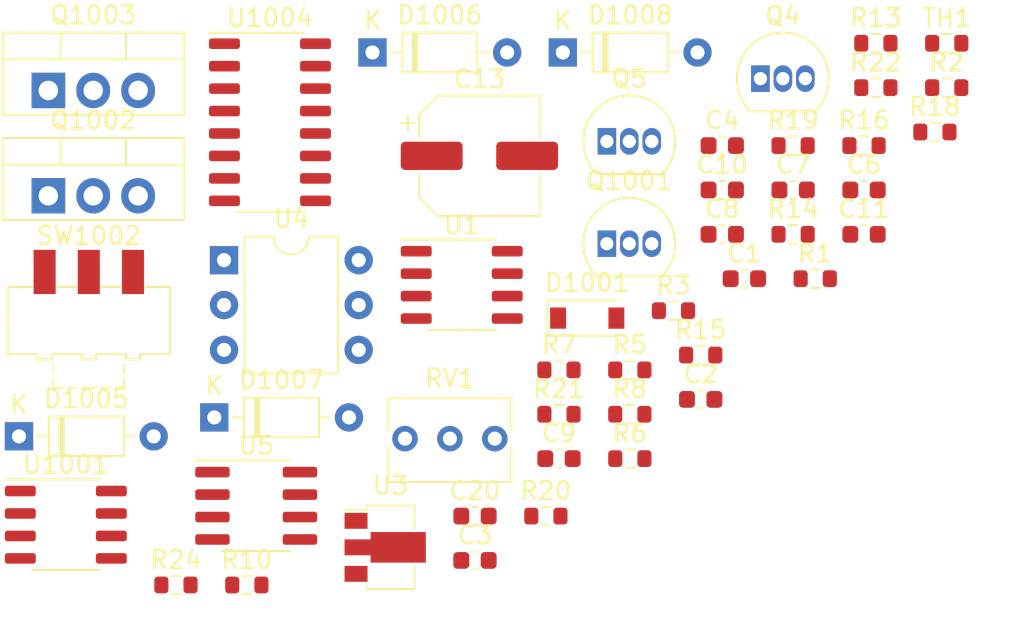
<source format=kicad_pcb>
(kicad_pcb (version 20211014) (generator pcbnew)
  (layers (0 "F.Cu" signal) (31 "B.Cu" signal) (34 "B.Paste" user) (35 "F.Paste" user) (36 "B.SilkS" user "B.Silkscreen") (37 "F.SilkS" user "F.Silkscreen") (38 "B.Mask" user) (39 "F.Mask" user) (44 "Edge.Cuts" user))
  (net 0 "")
  (net 1 "+12V")
  (net 2 "GND1")
  (net 3 "Net-(R1-Pad1)")
  (net 4 "+5V")
  (net 5 "Net-(R7-Pad2)")
  (net 6 "Net-(C6-Pad1)")
  (net 7 "Net-(C6-Pad2)")
  (net 8 "Net-(C7-Pad1)")
  (net 9 "Net-(Q4-Pad3)")
  (net 10 "Net-(Q5-Pad3)")
  (net 11 "Net-(R14-Pad1)")
  (net 12 "GND")
  (net 13 "Net-(R2-Pad2)")
  (net 14 "Net-(D1001-Pad2)")
  (net 15 "Net-(R16-Pad1)")
  (net 16 "Net-(Q4-Pad2)")
  (net 17 "Net-(Q5-Pad2)")
  (net 18 "Net-(R3-Pad1)")
  (net 19 "Net-(R1-Pad2)")
  (net 20 "Net-(R4-Pad2)")
  (net 21 "Net-(D1004-Pad2)")
  (net 22 "Net-(D7-Pad2)")
  (net 23 "Net-(R11-Pad2)")
  (net 24 "Net-(R3-Pad2)")
  (net 25 "Net-(R5-Pad2)")
  (net 26 "Net-(R6-Pad1)")
  (net 27 "Net-(R7-Pad1)")
  (net 28 "Net-(R9-Pad2)")
  (net 29 "Net-(R13-Pad1)")
  (net 30 "Net-(R13-Pad2)")
  (net 31 "Net-(R14-Pad2)")
  (net 32 "Net-(R18-Pad2)")
  (net 33 "Net-(R19-Pad1)")
  (net 34 "Net-(R20-Pad1)")
  (net 35 "Net-(R20-Pad2)")
  (net 36 "Net-(R21-Pad1)")
  (net 37 "Net-(R21-Pad2)")
  (net 38 "Net-(TH1-Pad1)")
  (net 39 "Net-(D1002-Pad1)")
  (footprint "Resistor_SMD:R_0603_1608Metric" (layer "F.Cu") (at 138.65 67.34)
    (fp_text reference "R14" (at 0 -1.43) (layer "F.SilkS"))
    (fp_text value "100k")
    (fp_line (start -0.237258 -0.5225) (end 0.237258 -0.5225) (layer "F.SilkS") (width 0.12))
    (fp_line (start -0.237258 0.5225) (end 0.237258 0.5225) (layer "F.SilkS") (width 0.12))
    (pad "1" smd roundrect (at -0.825 0) (size 0.8 0.95) (layers "F.Cu" "F.Paste" "F.Mask") (net 11 "Net-(R14-Pad1)"))
    (pad "2" smd roundrect (at 0.825 0) (size 0.8 0.95) (layers "F.Cu" "F.Paste" "F.Mask") (net 31 "Net-(R14-Pad2)"))
  )
  (footprint "Resistor_SMD:R_0603_1608Metric" (layer "F.Cu") (at 143.33 56.53)
    (fp_text reference "R13" (at 0 -1.43) (layer "F.SilkS"))
    (fp_text value "100k")
    (fp_line (start -0.237258 -0.5225) (end 0.237258 -0.5225) (layer "F.SilkS") (width 0.12))
    (fp_line (start -0.237258 0.5225) (end 0.237258 0.5225) (layer "F.SilkS") (width 0.12))
    (pad "1" smd roundrect (at -0.825 0) (size 0.8 0.95) (layers "F.Cu" "F.Paste" "F.Mask") (net 29 "Net-(R13-Pad1)"))
    (pad "2" smd roundrect (at 0.825 0) (size 0.8 0.95) (layers "F.Cu" "F.Paste" "F.Mask") (net 30 "Net-(R13-Pad2)"))
  )
  (footprint "Resistor_SMD:R_0603_1608Metric" (layer "F.Cu") (at 133.42 74.17)
    (fp_text reference "R15" (at 0 -1.43) (layer "F.SilkS"))
    (fp_text value "100k")
    (fp_line (start -0.237258 0.5225) (end 0.237258 0.5225) (layer "F.SilkS") (width 0.12))
    (fp_line (start -0.237258 -0.5225) (end 0.237258 -0.5225) (layer "F.SilkS") (width 0.12))
    (pad "1" smd roundrect (at -0.825 0) (size 0.8 0.95) (layers "F.Cu" "F.Paste" "F.Mask") (net 31 "Net-(R14-Pad2)"))
    (pad "2" smd roundrect (at 0.825 0) (size 0.8 0.95) (layers "F.Cu" "F.Paste" "F.Mask") (net 30 "Net-(R13-Pad2)"))
  )
  (footprint "Resistor_SMD:R_0603_1608Metric" (layer "F.Cu") (at 138.65 62.32)
    (fp_text reference "R19" (at 0 -1.43) (layer "F.SilkS"))
    (fp_text value "1k")
    (fp_line (start -0.237258 0.5225) (end 0.237258 0.5225) (layer "F.SilkS") (width 0.12))
    (fp_line (start -0.237258 -0.5225) (end 0.237258 -0.5225) (layer "F.SilkS") (width 0.12))
    (pad "1" smd roundrect (at -0.825 0) (size 0.8 0.95) (layers "F.Cu" "F.Paste" "F.Mask") (net 33 "Net-(R19-Pad1)"))
    (pad "2" smd roundrect (at 0.825 0) (size 0.8 0.95) (layers "F.Cu" "F.Paste" "F.Mask") (net 16 "Net-(Q4-Pad2)"))
  )
  (footprint "Resistor_SMD:R_0603_1608Metric" (layer "F.Cu") (at 131.88 71.66)
    (fp_text reference "R3" (at 0 -1.43) (layer "F.SilkS"))
    (fp_text value "1k")
    (fp_line (start -0.237258 0.5225) (end 0.237258 0.5225) (layer "F.SilkS") (width 0.12))
    (fp_line (start -0.237258 -0.5225) (end 0.237258 -0.5225) (layer "F.SilkS") (width 0.12))
    (pad "1" smd roundrect (at -0.825 0) (size 0.8 0.95) (layers "F.Cu" "F.Paste" "F.Mask") (net 18 "Net-(R3-Pad1)"))
    (pad "2" smd roundrect (at 0.825 0) (size 0.8 0.95) (layers "F.Cu" "F.Paste" "F.Mask") (net 24 "Net-(R3-Pad2)"))
  )
  (footprint "Resistor_SMD:R_0603_1608Metric" (layer "F.Cu") (at 146.67 61.55)
    (fp_text reference "R18" (at 0 -1.43) (layer "F.SilkS"))
    (fp_text value "1k")
    (fp_line (start -0.237258 -0.5225) (end 0.237258 -0.5225) (layer "F.SilkS") (width 0.12))
    (fp_line (start -0.237258 0.5225) (end 0.237258 0.5225) (layer "F.SilkS") (width 0.12))
    (pad "1" smd roundrect (at -0.825 0) (size 0.8 0.95) (layers "F.Cu" "F.Paste" "F.Mask") (net 17 "Net-(Q5-Pad2)"))
    (pad "2" smd roundrect (at 0.825 0) (size 0.8 0.95) (layers "F.Cu" "F.Paste" "F.Mask") (net 32 "Net-(R18-Pad2)"))
  )
  (footprint "Package_SO:SO-16_3.9x9.9mm_P1.27mm" (layer "F.Cu") (at 109.05 61)
    (fp_text reference "U1004" (at 0 -5.9) (layer "F.SilkS"))
    (fp_text value "TLC274")
    (fp_line (start 0 5.06) (end -1.95 5.06) (layer "F.SilkS") (width 0.12))
    (fp_line (start 0 -5.06) (end -3.45 -5.06) (layer "F.SilkS") (width 0.12))
    (fp_line (start 0 -5.06) (end 1.95 -5.06) (layer "F.SilkS") (width 0.12))
    (fp_line (start 0 5.06) (end 1.95 5.06) (layer "F.SilkS") (width 0.12))
    (pad "1" smd roundrect (at -2.575 -4.445) (size 1.75 0.6) (layers "F.Cu" "F.Paste" "F.Mask") (net 30 "Net-(R13-Pad2)"))
    (pad "2" smd roundrect (at -2.575 -3.175) (size 1.75 0.6) (layers "F.Cu" "F.Paste" "F.Mask") (net 29 "Net-(R13-Pad1)"))
    (pad "3" smd roundrect (at -2.575 -1.905) (size 1.75 0.6) (layers "F.Cu" "F.Paste" "F.Mask") (net 31 "Net-(R14-Pad2)"))
    (pad "4" smd roundrect (at -2.575 -0.635) (size 1.75 0.6) (layers "F.Cu" "F.Paste" "F.Mask") (net 10 "Net-(Q5-Pad3)"))
    (pad "5" smd roundrect (at -2.575 0.635) (size 1.75 0.6) (layers "F.Cu" "F.Paste" "F.Mask") (net 11 "Net-(R14-Pad1)"))
    (pad "6" smd roundrect (at -2.575 1.905) (size 1.75 0.6) (layers "F.Cu" "F.Paste" "F.Mask") (net 30 "Net-(R13-Pad2)"))
    (pad "7" smd roundrect (at -2.575 3.175) (size 1.75 0.6) (layers "F.Cu" "F.Paste" "F.Mask") (net 7 "Net-(C6-Pad2)"))
    (pad "8" smd roundrect (at -2.575 4.445) (size 1.75 0.6) (layers "F.Cu" "F.Paste" "F.Mask") (net 34 "Net-(R20-Pad1)"))
    (pad "9" smd roundrect (at 2.575 4.445) (size 1.75 0.6) (layers "F.Cu" "F.Paste" "F.Mask") (net 37 "Net-(R21-Pad2)"))
    (pad "10" smd roundrect (at 2.575 3.175) (size 1.75 0.6) (layers "F.Cu" "F.Paste" "F.Mask") (net 11 "Net-(R14-Pad1)"))
    (pad "11" smd roundrect (at 2.575 1.905) (size 1.75 0.6) (layers "F.Cu" "F.Paste" "F.Mask") (net 2 "GND1"))
    (pad "12" smd roundrect (at 2.575 0.635) (size 1.75 0.6) (layers "F.Cu" "F.Paste" "F.Mask") (net 11 "Net-(R14-Pad1)"))
    (pad "13" smd roundrect (at 2.575 -0.635) (size 1.75 0.6) (layers "F.Cu" "F.Paste" "F.Mask") (net 36 "Net-(R21-Pad1)"))
    (pad "14" smd roundrect (at 2.575 -1.905) (size 1.75 0.6) (layers "F.Cu" "F.Paste" "F.Mask") (net 33 "Net-(R19-Pad1)"))
    (pad "15" smd roundrect (at 2.575 -3.175) (size 1.75 0.6) (layers "F.Cu" "F.Paste" "F.Mask"))
    (pad "16" smd roundrect (at 2.575 -4.445) (size 1.75 0.6) (layers "F.Cu" "F.Paste" "F.Mask"))
  )
  (footprint "Diode_THT:D_DO-35_SOD27_P7.62mm_Horizontal" (layer "F.Cu") (at 114.85 57.05)
    (fp_text reference "D1006" (at 3.81 -2.12) (layer "F.SilkS"))
    (fp_text value "1N4148")
    (fp_text user "K" (at 0 -1.8) (layer "F.SilkS"))
    (fp_line (start 2.53 -1.12) (end 2.53 1.12) (layer "F.SilkS") (width 0.12))
    (fp_line (start 1.04 0) (end 1.69 0) (layer "F.SilkS") (width 0.12))
    (fp_line (start 5.93 -1.12) (end 1.69 -1.12) (layer "F.SilkS") (width 0.12))
    (fp_line (start 5.93 1.12) (end 5.93 -1.12) (layer "F.SilkS") (width 0.12))
    (fp_line (start 2.29 -1.12) (end 2.29 1.12) (layer "F.SilkS") (width 0.12))
    (fp_line (start 6.58 0) (end 5.93 0) (layer "F.SilkS") (width 0.12))
    (fp_line (start 1.69 -1.12) (end 1.69 1.12) (layer "F.SilkS") (width 0.12))
    (fp_line (start 1.69 1.12) (end 5.93 1.12) (layer "F.SilkS") (width 0.12))
    (fp_line (start 2.41 -1.12) (end 2.41 1.12) (layer "F.SilkS") (width 0.12))
    (pad "1" thru_hole rect (at 0 0) (size 1.6 1.6) (drill 0.8) (layers *.Cu *.Mask) (net 6 "Net-(C6-Pad1)"))
    (pad "2" thru_hole oval (at 7.62 0) (size 1.6 1.6) (drill 0.8) (layers *.Cu *.Mask) (net 8 "Net-(C7-Pad1)"))
  )
  (footprint "Package_SO:SO-8_3.9x4.9mm_P1.27mm" (layer "F.Cu") (at 119.9 70.2)
    (fp_text reference "U1" (at 0 -3.4) (layer "F.SilkS"))
    (fp_text value "TLC272")
    (fp_line (start 0 -2.56) (end 1.95 -2.56) (layer "F.SilkS") (width 0.12))
    (fp_line (start 0 2.56) (end -1.95 2.56) (layer "F.SilkS") (width 0.12))
    (fp_line (start 0 2.56) (end 1.95 2.56) (layer "F.SilkS") (width 0.12))
    (fp_line (start 0 -2.56) (end -3.45 -2.56) (layer "F.SilkS") (width 0.12))
    (pad "1" smd roundrect (at -2.575 -1.905) (size 1.75 0.6) (layers "F.Cu" "F.Paste" "F.Mask") (net 23 "Net-(R11-Pad2)"))
    (pad "2" smd roundrect (at -2.575 -0.635) (size 1.75 0.6) (layers "F.Cu" "F.Paste" "F.Mask") (net 5 "Net-(R7-Pad2)"))
    (pad "3" smd roundrect (at -2.575 0.635) (size 1.75 0.6) (layers "F.Cu" "F.Paste" "F.Mask") (net 28 "Net-(R9-Pad2)"))
    (pad "4" smd roundrect (at -2.575 1.905) (size 1.75 0.6) (layers "F.Cu" "F.Paste" "F.Mask"))
    (pad "5" smd roundrect (at 2.575 1.905) (size 1.75 0.6) (layers "F.Cu" "F.Paste" "F.Mask") (net 5 "Net-(R7-Pad2)"))
    (pad "6" smd roundrect (at 2.575 0.635) (size 1.75 0.6) (layers "F.Cu" "F.Paste" "F.Mask") (net 23 "Net-(R11-Pad2)"))
    (pad "7" smd roundrect (at 2.575 -0.635) (size 1.75 0.6) (layers "F.Cu" "F.Paste" "F.Mask") (net 39 "Net-(D1002-Pad1)"))
    (pad "8" smd roundrect (at 2.575 -1.905) (size 1.75 0.6) (layers "F.Cu" "F.Paste" "F.Mask"))
  )
  (footprint "Resistor_SMD:R_0603_1608Metric" (layer "F.Cu") (at 129.41 75.01)
    (fp_text reference "R5" (at 0 -1.43) (layer "F.SilkS"))
    (fp_text value "10k")
    (fp_line (start -0.237258 0.5225) (end 0.237258 0.5225) (layer "F.SilkS") (width 0.12))
    (fp_line (start -0.237258 -0.5225) (end 0.237258 -0.5225) (layer "F.SilkS") (width 0.12))
    (pad "1" smd roundrect (at -0.825 0) (size 0.8 0.95) (layers "F.Cu" "F.Paste" "F.Mask") (net 1 "+12V"))
    (pad "2" smd roundrect (at 0.825 0) (size 0.8 0.95) (layers "F.Cu" "F.Paste" "F.Mask") (net 25 "Net-(R5-Pad2)"))
  )
  (footprint "Capacitor_SMD:C_0603_1608Metric" (layer "F.Cu") (at 133.42 76.68)
    (fp_text reference "C2" (at 0 -1.43) (layer "F.SilkS"))
    (fp_text value "100n")
    (fp_line (start -0.14058 0.51) (end 0.14058 0.51) (layer "F.SilkS") (width 0.12))
    (fp_line (start -0.14058 -0.51) (end 0.14058 -0.51) (layer "F.SilkS") (width 0.12))
    (pad "1" smd roundrect (at -0.775 0) (size 0.9 0.95) (layers "F.Cu" "F.Paste" "F.Mask") (net 3 "Net-(R1-Pad1)"))
    (pad "2" smd roundrect (at 0.775 0) (size 0.9 0.95) (layers "F.Cu" "F.Paste" "F.Mask") (net 2 "GND1"))
  )
  (footprint "Package_SO:SO-8_3.9x4.9mm_P1.27mm" (layer "F.Cu") (at 97.5 83.77)
    (fp_text reference "U1001" (at 0 -3.4) (layer "F.SilkS"))
    (fp_text value "TLC272")
    (fp_line (start 0 2.56) (end -1.95 2.56) (layer "F.SilkS") (width 0.12))
    (fp_line (start 0 2.56) (end 1.95 2.56) (layer "F.SilkS") (width 0.12))
    (fp_line (start 0 -2.56) (end -3.45 -2.56) (layer "F.SilkS") (width 0.12))
    (fp_line (start 0 -2.56) (end 1.95 -2.56) (layer "F.SilkS") (width 0.12))
    (pad "1" smd roundrect (at -2.575 -1.905) (size 1.75 0.6) (layers "F.Cu" "F.Paste" "F.Mask"))
    (pad "2" smd roundrect (at -2.575 -0.635) (size 1.75 0.6) (layers "F.Cu" "F.Paste" "F.Mask"))
    (pad "3" smd roundrect (at -2.575 0.635) (size 1.75 0.6) (layers "F.Cu" "F.Paste" "F.Mask"))
    (pad "4" smd roundrect (at -2.575 1.905) (size 1.75 0.6) (layers "F.Cu" "F.Paste" "F.Mask") (net 12 "GND"))
    (pad "5" smd roundrect (at 2.575 1.905) (size 1.75 0.6) (layers "F.Cu" "F.Paste" "F.Mask"))
    (pad "6" smd roundrect (at 2.575 0.635) (size 1.75 0.6) (layers "F.Cu" "F.Paste" "F.Mask"))
    (pad "7" smd roundrect (at 2.575 -0.635) (size 1.75 0.6) (layers "F.Cu" "F.Paste" "F.Mask"))
    (pad "8" smd roundrect (at 2.575 -1.905) (size 1.75 0.6) (layers "F.Cu" "F.Paste" "F.Mask") (net 4 "+5V"))
  )
  (footprint "Capacitor_SMD:C_0603_1608Metric" (layer "F.Cu") (at 120.65 83.28)
    (fp_text reference "C20" (at 0 -1.43) (layer "F.SilkS"))
    (fp_text value "100n")
    (fp_line (start -0.14058 -0.51) (end 0.14058 -0.51) (layer "F.SilkS") (width 0.12))
    (fp_line (start -0.14058 0.51) (end 0.14058 0.51) (layer "F.SilkS") (width 0.12))
    (pad "1" smd roundrect (at -0.775 0) (size 0.9 0.95) (layers "F.Cu" "F.Paste" "F.Mask") (net 4 "+5V"))
    (pad "2" smd roundrect (at 0.775 0) (size 0.9 0.95) (layers "F.Cu" "F.Paste" "F.Mask") (net 12 "GND"))
  )
  (footprint "Resistor_SMD:R_0603_1608Metric" (layer "F.Cu") (at 143.33 59.04)
    (fp_text reference "R22" (at 0 -1.43) (layer "F.SilkS"))
    (fp_text value "56k")
    (fp_line (start -0.237258 0.5225) (end 0.237258 0.5225) (layer "F.SilkS") (width 0.12))
    (fp_line (start -0.237258 -0.5225) (end 0.237258 -0.5225) (layer "F.SilkS") (width 0.12))
    (pad "1" smd roundrect (at -0.825 0) (size 0.8 0.95) (layers "F.Cu" "F.Paste" "F.Mask") (net 37 "Net-(R21-Pad2)"))
    (pad "2" smd roundrect (at 0.825 0) (size 0.8 0.95) (layers "F.Cu" "F.Paste" "F.Mask") (net 2 "GND1"))
  )
  (footprint "Resistor_SMD:R_0603_1608Metric" (layer "F.Cu") (at 147.34 56.53)
    (fp_text reference "TH1" (at 0 -1.43) (layer "F.SilkS"))
    (fp_text value "2k@25°NTC")
    (fp_line (start -0.237258 -0.5225) (end 0.237258 -0.5225) (layer "F.SilkS") (width 0.12))
    (fp_line (start -0.237258 0.5225) (end 0.237258 0.5225) (layer "F.SilkS") (width 0.12))
    (pad "1" smd roundrect (at -0.825 0) (size 0.8 0.95) (layers "F.Cu" "F.Paste" "F.Mask") (net 38 "Net-(TH1-Pad1)"))
    (pad "2" smd roundrect (at 0.825 0) (size 0.8 0.95) (layers "F.Cu" "F.Paste" "F.Mask") (net 2 "GND1"))
  )
  (footprint "Package_TO_SOT_THT:TO-92_Inline" (layer "F.Cu") (at 136.8 58.53)
    (fp_text reference "Q4" (at 1.27 -3.56) (layer "F.SilkS"))
    (fp_text value "2N3904")
    (fp_line (start -0.53 1.85) (end 3.07 1.85) (layer "F.SilkS") (width 0.12))
    (fp_arc (start -0.568478 1.838478) (mid -1.132087 -0.994977) (end 1.27 -2.6) (layer "F.SilkS") (width 0.12))
    (fp_arc (start 1.27 -2.6) (mid 3.672087 -0.994977) (end 3.108478 1.838478) (layer "F.SilkS") (width 0.12))
    (pad "1" thru_hole rect (at 0 0) (size 1.05 1.5) (drill 0.75) (layers *.Cu *.Mask) (net 2 "GND1"))
    (pad "2" thru_hole oval (at 1.27 0) (size 1.05 1.5) (drill 0.75) (layers *.Cu *.Mask) (net 16 "Net-(Q4-Pad2)"))
    (pad "3" thru_hole oval (at 2.54 0) (size 1.05 1.5) (drill 0.75) (layers *.Cu *.Mask) (net 9 "Net-(Q4-Pad3)"))
  )
  (footprint "Capacitor_SMD:C_0603_1608Metric" (layer "F.Cu") (at 134.64 67.34)
    (fp_text reference "C8" (at 0 -1.43) (layer "F.SilkS"))
    (fp_text value "100n")
    (fp_line (start -0.14058 0.51) (end 0.14058 0.51) (layer "F.SilkS") (width 0.12))
    (fp_line (start -0.14058 -0.51) (end 0.14058 -0.51) (layer "F.SilkS") (width 0.12))
    (pad "1" smd roundrect (at -0.775 0) (size 0.9 0.95) (layers "F.Cu" "F.Paste" "F.Mask") (net 9 "Net-(Q4-Pad3)"))
    (pad "2" smd roundrect (at 0.775 0) (size 0.9 0.95) (layers "F.Cu" "F.Paste" "F.Mask") (net 2 "GND1"))
  )
  (footprint "Package_TO_SOT_THT:TO-220-3_Vertical" (layer "F.Cu") (at 96.51 65.16)
    (fp_text reference "Q1002" (at 2.54 -4.27) (layer "F.SilkS"))
    (fp_text value "IRLZ44N")
    (fp_line (start -2.58 -1.76) (end 7.66 -1.76) (layer "F.SilkS") (width 0.12))
    (fp_line (start 4.391 -3.27) (end 4.391 -1.76) (layer "F.SilkS") (width 0.12))
    (fp_line (start 7.66 -3.27) (end 7.66 1.371) (layer "F.SilkS") (width 0.12))
    (fp_line (start -2.58 1.371) (end 7.66 1.371) (layer "F.SilkS") (width 0.12))
    (fp_line (start -2.58 -3.27) (end 7.66 -3.27) (layer "F.SilkS") (width 0.12))
    (fp_line (start -2.58 -3.27) (end -2.58 1.371) (layer "F.SilkS") (width 0.12))
    (fp_line (start 0.69 -3.27) (end 0.69 -1.76) (layer "F.SilkS") (width 0.12))
    (pad "1" thru_hole rect (at 0 0) (size 1.905 2) (drill 1.1) (layers *.Cu *.Mask) (net 20 "Net-(R4-Pad2)"))
    (pad "2" thru_hole oval (at 2.54 0) (size 1.905 2) (drill 1.1) (layers *.Cu *.Mask) (net 2 "GND1"))
    (pad "3" thru_hole oval (at 5.08 0) (size 1.905 2) (drill 1.1) (layers *.Cu *.Mask) (net 21 "Net-(D1004-Pad2)"))
  )
  (footprint "Diode_THT:D_DO-35_SOD27_P7.62mm_Horizontal" (layer "F.Cu") (at 105.9 77.7)
    (fp_text reference "D1007" (at 3.81 -2.12) (layer "F.SilkS"))
    (fp_text value "1N4148")
    (fp_text user "K" (at 0 -1.8) (layer "F.SilkS"))
    (fp_line (start 1.04 0) (end 1.69 0) (layer "F.SilkS") (width 0.12))
    (fp_line (start 2.53 -1.12) (end 2.53 1.12) (layer "F.SilkS") (width 0.12))
    (fp_line (start 1.69 -1.12) (end 1.69 1.12) (layer "F.SilkS") (width 0.12))
    (fp_line (start 5.93 1.12) (end 5.93 -1.12) (layer "F.SilkS") (width 0.12))
    (fp_line (start 2.29 -1.12) (end 2.29 1.12) (layer "F.SilkS") (width 0.12))
    (fp_line (start 5.93 -1.12) (end 1.69 -1.12) (layer "F.SilkS") (width 0.12))
    (fp_line (start 6.58 0) (end 5.93 0) (layer "F.SilkS") (width 0.12))
    (fp_line (start 1.69 1.12) (end 5.93 1.12) (layer "F.SilkS") (width 0.12))
    (fp_line (start 2.41 -1.12) (end 2.41 1.12) (layer "F.SilkS") (width 0.12))
    (pad "1" thru_hole rect (at 0 0) (size 1.6 1.6) (drill 0.8) (layers *.Cu *.Mask) (net 9 "Net-(Q4-Pad3)"))
    (pad "2" thru_hole oval (at 7.62 0) (size 1.6 1.6) (drill 0.8) (layers *.Cu *.Mask) (net 6 "Net-(C6-Pad1)"))
  )
  (footprint "Capacitor_SMD:C_0603_1608Metric" (layer "F.Cu") (at 134.64 64.83)
    (fp_text reference "C10" (at 0 -1.43) (layer "F.SilkS"))
    (fp_text value "100n")
    (fp_line (start -0.14058 -0.51) (end 0.14058 -0.51) (layer "F.SilkS") (width 0.12))
    (fp_line (start -0.14058 0.51) (end 0.14058 0.51) (layer "F.SilkS") (width 0.12))
    (pad "1" smd roundrect (at -0.775 0) (size 0.9 0.95) (layers "F.Cu" "F.Paste" "F.Mask") (net 10 "Net-(Q5-Pad3)"))
    (pad "2" smd roundrect (at 0.775 0) (size 0.9 0.95) (layers "F.Cu" "F.Paste" "F.Mask") (net 2 "GND1"))
  )
  (footprint "Resistor_SMD:R_0603_1608Metric" (layer "F.Cu") (at 129.41 77.52)
    (fp_text reference "R8" (at 0 -1.43) (layer "F.SilkS"))
    (fp_text value "75k")
    (fp_line (start -0.237258 0.5225) (end 0.237258 0.5225) (layer "F.SilkS") (width 0.12))
    (fp_line (start -0.237258 -0.5225) (end 0.237258 -0.5225) (layer "F.SilkS") (width 0.12))
    (pad "1" smd roundrect (at -0.825 0) (size 0.8 0.95) (layers "F.Cu" "F.Paste" "F.Mask") (net 5 "Net-(R7-Pad2)"))
    (pad "2" smd roundrect (at 0.825 0) (size 0.8 0.95) (layers "F.Cu" "F.Paste" "F.Mask") (net 2 "GND1"))
  )
  (footprint "Package_TO_SOT_THT:TO-92_Inline" (layer "F.Cu") (at 128.11 62.08)
    (fp_text reference "Q5" (at 1.27 -3.56) (layer "F.SilkS"))
    (fp_text value "2N3906")
    (fp_line (start -0.53 1.85) (end 3.07 1.85) (layer "F.SilkS") (width 0.12))
    (fp_arc (start -0.568478 1.838478) (mid -1.132087 -0.994977) (end 1.27 -2.6) (layer "F.SilkS") (width 0.12))
    (fp_arc (start 1.27 -2.6) (mid 3.672087 -0.994977) (end 3.108478 1.838478) (layer "F.SilkS") (width 0.12))
    (pad "1" thru_hole rect (at 0 0) (size 1.05 1.5) (drill 0.75) (layers *.Cu *.Mask) (net 1 "+12V"))
    (pad "2" thru_hole oval (at 1.27 0) (size 1.05 1.5) (drill 0.75) (layers *.Cu *.Mask) (net 17 "Net-(Q5-Pad2)"))
    (pad "3" thru_hole oval (at 2.54 0) (size 1.05 1.5) (drill 0.75) (layers *.Cu *.Mask) (net 10 "Net-(Q5-Pad3)"))
  )
  (footprint "Potentiometer_THT:Potentiometer_Bourns_3266Y_Vertical" (layer "F.Cu") (at 121.77 78.9)
    (fp_text reference "RV1" (at -2.54 -3.41) (layer "F.SilkS"))
    (fp_text value "100k")
    (fp_line (start -6.015 -2.28) (end 0.935 -2.28) (layer "F.SilkS") (width 0.12))
    (fp_line (start 0.935 -2.28) (end 0.935 -0.494) (layer "F.SilkS") (width 0.12))
    (fp_line (start -6.015 2.46) (end 0.935 2.46) (layer "F.SilkS") (width 0.12))
    (fp_line (start -6.015 -2.28) (end -6.015 -0.494) (layer "F.SilkS") (width 0.12))
    (fp_line (start 0.935 0.496) (end 0.935 2.46) (layer "F.SilkS") (width 0.12))
    (fp_line (start -6.015 0.496) (end -6.015 2.46) (layer "F.SilkS") (width 0.12))
    (pad "1" thru_hole circle (at 0 0) (size 1.44 1.44) (drill 0.8) (layers *.Cu *.Mask) (net 26 "Net-(R6-Pad1)"))
    (pad "2" thru_hole circle (at -2.54 0) (size 1.44 1.44) (drill 0.8) (layers *.Cu *.Mask) (net 5 "Net-(R7-Pad2)"))
    (pad "3" thru_hole circle (at -5.08 0) (size 1.44 1.44) (drill 0.8) (layers *.Cu *.Mask))
  )
  (footprint "Package_SO:SOIC-8_3.9x4.9mm_P1.27mm" (layer "F.Cu") (at 108.27 82.7)
    (fp_text reference "U5" (at 0 -3.4) (layer "F.SilkS"))
    (fp_text value "L78L05_SO8")
    (fp_line (start 0 2.56) (end -1.95 2.56) (layer "F.SilkS") (width 0.12))
    (fp_line (start 0 -2.56) (end -3.45 -2.56) (layer "F.SilkS") (width 0.12))
    (fp_line (start 0 -2.56) (end 1.95 -2.56) (layer "F.SilkS") (width 0.12))
    (fp_line (start 0 2.56) (end 1.95 2.56) (layer "F.SilkS") (width 0.12))
    (pad "1" smd roundrect (at -2.475 -1.905) (size 1.95 0.6) (layers "F.Cu" "F.Paste" "F.Mask") (net 4 "+5V"))
    (pad "2" smd roundrect (at -2.475 -0.635) (size 1.95 0.6) (layers "F.Cu" "F.Paste" "F.Mask") (net 2 "GND1"))
    (pad "3" smd roundrect (at -2.475 0.635) (size 1.95 0.6) (layers "F.Cu" "F.Paste" "F.Mask") (net 2 "GND1"))
    (pad "4" smd roundrect (at -2.475 1.905) (size 1.95 0.6) (layers "F.Cu" "F.Paste" "F.Mask"))
    (pad "5" smd roundrect (at 2.475 1.905) (size 1.95 0.6) (layers "F.Cu" "F.Paste" "F.Mask"))
    (pad "6" smd roundrect (at 2.475 0.635) (size 1.95 0.6) (layers "F.Cu" "F.Paste" "F.Mask") (net 2 "GND1"))
    (pad "7" smd roundrect (at 2.475 -0.635) (size 1.95 0.6) (layers "F.Cu" "F.Paste" "F.Mask") (net 2 "GND1"))
    (pad "8" smd roundrect (at 2.475 -1.905) (size 1.95 0.6) (layers "F.Cu" "F.Paste" "F.Mask") (net 3 "Net-(R1-Pad1)"))
  )
  (footprint "Capacitor_SMD:C_0603_1608Metric" (layer "F.Cu") (at 125.4 80.03)
    (fp_text reference "C9" (at 0 -1.43) (layer "F.SilkS"))
    (fp_text value "100n")
    (fp_line (start -0.14058 -0.51) (end 0.14058 -0.51) (layer "F.SilkS") (width 0.12))
    (fp_line (start -0.14058 0.51) (end 0.14058 0.51) (layer "F.SilkS") (width 0.12))
    (pad "1" smd roundrect (at -0.775 0) (size 0.9 0.95) (layers "F.Cu" "F.Paste" "F.Mask") (net 10 "Net-(Q5-Pad3)"))
    (pad "2" smd roundrect (at 0.775 0) (size 0.9 0.95) (layers "F.Cu" "F.Paste" "F.Mask") (net 2 "GND1"))
  )
  (footprint "Diode_THT:D_DO-35_SOD27_P7.62mm_Horizontal" (layer "F.Cu") (at 125.62 57.05)
    (fp_text reference "D1008" (at 3.81 -2.12) (layer "F.SilkS"))
    (fp_text value "1N4148")
    (fp_text user "K" (at 0 -1.8) (layer "F.SilkS"))
    (fp_line (start 2.53 -1.12) (end 2.53 1.12) (layer "F.SilkS") (width 0.12))
    (fp_line (start 5.93 1.12) (end 5.93 -1.12) (layer "F.SilkS") (width 0.12))
    (fp_line (start 2.41 -1.12) (end 2.41 1.12) (layer "F.SilkS") (width 0.12))
    (fp_line (start 5.93 -1.12) (end 1.69 -1.12) (layer "F.SilkS") (width 0.12))
    (fp_line (start 1.69 1.12) (end 5.93 1.12) (layer "F.SilkS") (width 0.12))
    (fp_line (start 2.29 -1.12) (end 2.29 1.12) (layer "F.SilkS") (width 0.12))
    (fp_line (start 1.69 -1.12) (end 1.69 1.12) (layer "F.SilkS") (width 0.12))
    (fp_line (start 1.04 0) (end 1.69 0) (layer "F.SilkS") (width 0.12))
    (fp_line (start 6.58 0) (end 5.93 0) (layer "F.SilkS") (width 0.12))
    (pad "1" thru_hole rect (at 0 0) (size 1.6 1.6) (drill 0.8) (layers *.Cu *.Mask) (net 15 "Net-(R16-Pad1)"))
    (pad "2" thru_hole oval (at 7.62 0) (size 1.6 1.6) (drill 0.8) (layers *.Cu *.Mask) (net 9 "Net-(Q4-Pad3)"))
  )
  (footprint "Package_TO_SOT_THT:TO-92_Inline" (layer "F.Cu") (at 128.11 67.87)
    (fp_text reference "Q1001" (at 1.27 -3.56) (layer "F.SilkS"))
    (fp_text value "2N3906")
    (fp_line (start -0.53 1.85) (end 3.07 1.85) (layer "F.SilkS") (width 0.12))
    (fp_arc (start 1.27 -2.6) (mid 3.672087 -0.994977) (end 3.108478 1.838478) (layer "F.SilkS") (width 0.12))
    (fp_arc (start -0.568478 1.838478) (mid -1.132087 -0.994977) (end 1.27 -2.6) (layer "F.SilkS") (width 0.12))
    (pad "1" thru_hole rect (at 0 0) (size 1.05 1.5) (drill 0.75) (layers *.Cu *.Mask) (net 1 "+12V"))
    (pad "2" thru_hole oval (at 1.27 0) (size 1.05 1.5) (drill 0.75) (layers *.Cu *.Mask) (net 18 "Net-(R3-Pad1)"))
    (pad "3" thru_hole oval (at 2.54 0) (size 1.05 1.5) (drill 0.75) (layers *.Cu *.Mask) (net 19 "Net-(R1-Pad2)"))
  )
  (footprint "Resistor_SMD:R_0603_1608Metric" (layer "F.Cu") (at 125.4 77.52)
    (fp_text reference "R21" (at 0 -1.43) (layer "F.SilkS"))
    (fp_text value "3k")
    (fp_line (start -0.237258 -0.5225) (end 0.237258 -0.5225) (layer "F.SilkS") (width 0.12))
    (fp_line (start -0.237258 0.5225) (end 0.237258 0.5225) (layer "F.SilkS") (width 0.12))
    (pad "1" smd roundrect (at -0.825 0) (size 0.8 0.95) (layers "F.Cu" "F.Paste" "F.Mask") (net 36 "Net-(R21-Pad1)"))
    (pad "2" smd roundrect (at 0.825 0) (size 0.8 0.95) (layers "F.Cu" "F.Paste" "F.Mask") (net 37 "Net-(R21-Pad2)"))
  )
  (footprint "Capacitor_SMD:C_0603_1608Metric" (layer "F.Cu") (at 142.66 64.83)
    (fp_text reference "C6" (at 0 -1.43) (layer "F.SilkS"))
    (fp_text value "100n")
    (fp_line (start -0.14058 -0.51) (end 0.14058 -0.51) (layer "F.SilkS") (width 0.12))
    (fp_line (start -0.14058 0.51) (end 0.14058 0.51) (layer "F.SilkS") (width 0.12))
    (pad "1" smd roundrect (at -0.775 0) (size 0.9 0.95) (layers "F.Cu" "F.Paste" "F.Mask") (net 6 "Net-(C6-Pad1)"))
    (pad "2" smd roundrect (at 0.775 0) (size 0.9 0.95) (layers "F.Cu" "F.Paste" "F.Mask") (net 7 "Net-(C6-Pad2)"))
  )
  (footprint "Resistor_SMD:R_0603_1608Metric" (layer "F.Cu") (at 129.41 80.03)
    (fp_text reference "R6" (at 0 -1.43) (layer "F.SilkS"))
    (fp_text value "270k")
    (fp_line (start -0.237258 0.5225) (end 0.237258 0.5225) (layer "F.SilkS") (width 0.12))
    (fp_line (start -0.237258 -0.5225) (end 0.237258 -0.5225) (layer "F.SilkS") (width 0.12))
    (pad "1" smd roundrect (at -0.825 0) (size 0.8 0.95) (layers "F.Cu" "F.Paste" "F.Mask") (net 26 "Net-(R6-Pad1)"))
    (pad "2" smd roundrect (at 0.825 0) (size 0.8 0.95) (layers "F.Cu" "F.Paste" "F.Mask") (net 1 "+12V"))
  )
  (footprint "Resistor_SMD:R_0603_1608Metric" (layer "F.Cu") (at 125.4 75.01)
    (fp_text reference "R7" (at 0 -1.43) (layer "F.SilkS"))
    (fp_text value "470k")
    (fp_line (start -0.237258 0.5225) (end 0.237258 0.5225) (layer "F.SilkS") (width 0.12))
    (fp_line (start -0.237258 -0.5225) (end 0.237258 -0.5225) (layer "F.SilkS") (width 0.12))
    (pad "1" smd roundrect (at -0.825 0) (size 0.8 0.95) (layers "F.Cu" "F.Paste" "F.Mask") (net 27 "Net-(R7-Pad1)"))
    (pad "2" smd roundrect (at 0.825 0) (size 0.8 0.95) (layers "F.Cu" "F.Paste" "F.Mask") (net 5 "Net-(R7-Pad2)"))
  )
  (footprint "Resistor_SMD:R_0603_1608Metric" (layer "F.Cu") (at 139.9 69.85)
    (fp_text reference "R1" (at 0 -1.43) (layer "F.SilkS"))
    (fp_text value "330")
    (fp_line (start -0.237258 0.5225) (end 0.237258 0.5225) (layer "F.SilkS") (width 0.12))
    (fp_line (start -0.237258 -0.5225) (end 0.237258 -0.5225) (layer "F.SilkS") (width 0.12))
    (pad "1" smd roundrect (at -0.825 0) (size 0.8 0.95) (layers "F.Cu" "F.Paste" "F.Mask") (net 3 "Net-(R1-Pad1)"))
    (pad "2" smd roundrect (at 0.825 0) (size 0.8 0.95) (layers "F.Cu" "F.Paste" "F.Mask") (net 19 "Net-(R1-Pad2)"))
  )
  (footprint "Resistor_SMD:R_0603_1608Metric" (layer "F.Cu") (at 107.74 87.18)
    (fp_text reference "R10" (at 0 -1.43) (layer "F.SilkS"))
    (fp_text value "200k")
    (fp_line (start -0.237258 -0.5225) (end 0.237258 -0.5225) (layer "F.SilkS") (width 0.12))
    (fp_line (start -0.237258 0.5225) (end 0.237258 0.5225) (layer "F.SilkS") (width 0.12))
    (pad "1" smd roundrect (at -0.825 0) (size 0.8 0.95) (layers "F.Cu" "F.Paste" "F.Mask") (net 28 "Net-(R9-Pad2)"))
    (pad "2" smd roundrect (at 0.825 0) (size 0.8 0.95) (layers "F.Cu" "F.Paste" "F.Mask") (net 2 "GND1"))
  )
  (footprint "Button_Switch_SMD:SW_SPDT_CK-JS102011SAQN" (layer "F.Cu") (at 98.8 72.22)
    (fp_text reference "SW1002" (at 0 -4.8) (layer "F.SilkS"))
    (fp_text value "SW_SPDT")
    (fp_line (start 2 3) (end 2 2.5) (layer "F.SilkS") (width 0.12))
    (fp_line (start 0.4 2.2) (end -0.4 2.2) (layer "F.SilkS") (width 0.12))
    (fp_line (start 2.9 2.2) (end 2.1 2.2) (layer "F.SilkS") (width 0.12))
    (fp_line (start -1.2 3.8) (end -0.7 3.8) (layer "F.SilkS") (width 0.12))
    (fp_line (start 0.4 1.9) (end 0.4 2.2) (layer "F.SilkS") (width 0.12))
    (fp_line (start -4.6 1.9) (end -4.6 -1.9) (layer "F.SilkS") (width 0.12))
    (fp_line (start -2.1 1.9) (end -2.1 2.2) (layer "F.SilkS") (width 0.12))
    (fp_line (start -0.4 1.9) (end -2.1 1.9) (layer "F.SilkS") (width 0.12))
    (fp_line (start -0.7 -1.9) (end -1.8 -1.9) (layer "F.SilkS") (width 0.12))
    (fp_line (start -1.5 3.8) (end -1.5 3.8) (layer "F.SilkS") (width 0.12))
    (fp_line (start 1.5 3.8) (end 1.5 3.8) (layer "F.SilkS") (width 0.12))
    (fp_line (start -0.4 3.8) (end -0.4 3.8) (layer "F.SilkS") (width 0.12))
    (fp_line (start -1.8 -1.9) (end -1.8 -1.9) (layer "F.SilkS") (width 0.12))
    (fp_line (start 1.2 3.8) (end 0.7 3.8) (layer "F.SilkS") (width 0.12))
    (fp_line (start -2 3.8) (end -2 3.3) (layer "F.SilkS") (width 0.12))
    (fp_line (start 0.7 -1.9) (end 0.7 -1.9) (layer "F.SilkS") (width 0.12))
    (fp_line (start -2 3) (end -2 2.5) (layer "F.SilkS") (width 0.12))
    (fp_line (start 2 3.8) (end 1.5 3.8) (layer "F.SilkS") (width 0.12))
    (fp_line (start -4.6 -1.9) (end -3.2 -1.9) (layer "F.SilkS") (width 0.12))
    (fp_line (start 2.1 1.9) (end 0.4 1.9) (layer "F.SilkS") (width 0.12))
    (fp_line (start 4.6 1.9) (end 2.9 1.9) (layer "F.SilkS") (width 0.12))
    (fp_line (start 0.7 3.8) (end 0.7 3.8) (layer "F.SilkS") (width 0.12))
    (fp_line (start -0.7 3.8) (end -0.7 3.8) (layer "F.SilkS") (width 0.12))
    (fp_line (start -2.9 2.2) (end -2.9 1.9) (layer "F.SilkS") (width 0.12))
    (fp_line (start 2 2.5) (end 2 2.5) (layer "F.SilkS") (width 0.12))
    (fp_line (start 2.9 1.9) (end 2.9 2.2) (layer "F.SilkS") (width 0.12))
    (fp_line (start -0.4 2.2) (end -0.4 1.9) (layer "F.SilkS") (width 0.12))
    (fp_line (start -4.6 1.9) (end -4.6 1.9) (layer "F.SilkS") (width 0.12))
    (fp_line (start 2.1 2.2) (end 2.1 1.9) (layer "F.SilkS") (width 0.12))
    (fp_line (start 4.6 -1.9) (end 4.6 1.9) (layer "F.SilkS") (width 0.12))
    (fp_line (start 2 3.3) (end 2 3.3) (layer "F.SilkS") (width 0.12))
    (fp_line (start -2.9 1.9) (end -4.6 1.9) (layer "F.SilkS") (width 0.12))
    (fp_line (start -2 3.8) (end -1.5 3.8) (layer "F.SilkS") (width 0.12))
    (fp_line (start -2 2.5) (end -2 2.5) (layer "F.SilkS") (width 0.12))
    (fp_line (start -2 3.3) (end -2 3.3) (layer "F.SilkS") (width 0.12))
    (fp_line (start 3.2 -1.9) (end 4.6 -1.9) (layer "F.SilkS") (width 0.12))
    (fp_line (start -2.1 2.2) (end -2.9 2.2) (layer "F.SilkS") (width 0.12))
    (fp_line (start 1.8 -1.9) (end 0.7 -1.9) (layer "F.SilkS") (width 0.12))
    (fp_line (start 2 3.8) (end 2 3.3) (layer "F.SilkS") (width 0.12))
    (fp_line (start 0.4 3.8) (end -0.4 3.8) (layer "F.SilkS") (width 0.12))
    (pad "" np_thru_hole circle (at 3.4 0) (size 0.9 0.9) (drill 0.9) (layers *.Cu *.Mask))
    (pad "" np_thru_hole circle (at -3.4 0) (size 0.9 0.9) (drill 0.9) (layers *.Cu *.Mask))
    (pad "1" smd rect (at -2.5 -2.75) (size 1.25 2.5) (layers "F.Cu" "F.Paste" "F.Mask") (net 32 "Net-(R18-Pad2)"))
    (pad "2" smd rect (at 0 -2.75) (size 1.25 2.5) (layers "F.Cu" "F.Paste" "F.Mask") (net 2 "GND1"))
    (pad "3" smd rect (at 2.5 -2.75) (size 1.25 2.5) (layers "F.Cu" "F.Paste" "F.Mask") (net 9 "Net-(Q4-Pad3)"))
  )
  (footprint "Capacitor_SMD:C_0603_1608Metric" (layer "F.Cu") (at 120.65 85.79)
    (fp_text reference "C3" (at 0 -1.43) (layer "F.SilkS"))
    (fp_text value "100n")
    (fp_line (start -0.14058 -0.51) (end 0.14058 -0.51) (layer "F.SilkS") (width 0.12))
    (fp_line (start -0.14058 0.51) (end 0.14058 0.51) (layer "F.SilkS") (width 0.12))
    (pad "1" smd roundrect (at -0.775 0) (size 0.9 0.95) (layers "F.Cu" "F.Paste" "F.Mask") (net 4 "+5V"))
    (pad "2" smd roundrect (at 0.775 0) (size 0.9 0.95) (layers "F.Cu" "F.Paste" "F.Mask") (net 2 "GND1"))
  )
  (footprint "Capacitor_SMD:C_0603_1608Metric" (layer "F.Cu") (at 138.65 64.83)
    (fp_text reference "C7" (at 0 -1.43) (layer "F.SilkS"))
    (fp_text value "100n")
    (fp_line (start -0.14058 0.51) (end 0.14058 0.51) (layer "F.SilkS") (width 0.12))
    (fp_line (start -0.14058 -0.51) (end 0.14058 -0.51) (layer "F.SilkS") (width 0.12))
    (pad "1" smd roundrect (at -0.775 0) (size 0.9 0.95) (layers "F.Cu" "F.Paste" "F.Mask") (net 8 "Net-(C7-Pad1)"))
    (pad "2" smd roundrect (at 0.775 0) (size 0.9 0.95) (layers "F.Cu" "F.Paste" "F.Mask") (net 2 "GND1"))
  )
  (footprint "Diode_SMD:D_SOD-123" (layer "F.Cu") (at 127 72.08)
    (fp_text reference "D1001" (at 0 -2) (layer "F.SilkS"))
    (fp_text value "1N4148W")
    (fp_line (start -2.25 -1) (end -2.25 1) (layer "F.SilkS") (width 0.12))
    (fp_line (start -2.25 -1) (end 1.65 -1) (layer "F.SilkS") (width 0.12))
    (fp_line (start -2.25 1) (end 1.65 1) (layer "F.SilkS") (width 0.12))
    (pad "1" smd rect (at -1.65 0) (size 0.9 1.2) (layers "F.Cu" "F.Paste" "F.Mask") (net 13 "Net-(R2-Pad2)"))
    (pad "2" smd rect (at 1.65 0) (size 0.9 1.2) (layers "F.Cu" "F.Paste" "F.Mask") (net 14 "Net-(D1001-Pad2)"))
  )
  (footprint "Capacitor_SMD:C_0603_1608Metric" (layer "F.Cu") (at 142.66 67.34)
    (fp_text reference "C11" (at 0 -1.43) (layer "F.SilkS"))
    (fp_text value "100n")
    (fp_line (start -0.14058 -0.51) (end 0.14058 -0.51) (layer "F.SilkS") (width 0.12))
    (fp_line (start -0.14058 0.51) (end 0.14058 0.51) (layer "F.SilkS") (width 0.12))
    (pad "1" smd roundrect (at -0.775 0) (size 0.9 0.95) (layers "F.Cu" "F.Paste" "F.Mask") (net 11 "Net-(R14-Pad1)"))
    (pad "2" smd roundrect (at 0.775 0) (size 0.9 0.95) (layers "F.Cu" "F.Paste" "F.Mask") (net 2 "GND1"))
  )
  (footprint "Capacitor_SMD:C_0603_1608Metric" (layer "F.Cu") (at 135.89 69.85)
    (fp_text reference "C1" (at 0 -1.43) (layer "F.SilkS"))
    (fp_text value "100")
    (fp_line (start -0.14058 -0.51) (end 0.14058 -0.51) (layer "F.SilkS") (width 0.12))
    (fp_line (start -0.14058 0.51) (end 0.14058 0.51) (layer "F.SilkS") (width 0.12))
    (pad "1" smd roundrect (at -0.775 0) (size 0.9 0.95) (layers "F.Cu" "F.Paste" "F.Mask") (net 1 "+12V"))
    (pad "2" smd roundrect (at 0.775 0) (size 0.9 0.95) (layers "F.Cu" "F.Paste" "F.Mask") (net 2 "GND1"))
  )
  (footprint "Package_TO_SOT_THT:TO-220-3_Vertical" (layer "F.Cu") (at 96.51 59.2)
    (fp_text reference "Q1003" (at 2.54 -4.27) (layer "F.SilkS"))
    (fp_text value "IRLZ44N")
    (fp_line (start 4.391 -3.27) (end 4.391 -1.76) (layer "F.SilkS") (width 0.12))
    (fp_line (start 7.66 -3.27) (end 7.66 1.371) (layer "F.SilkS") (width 0.12))
    (fp_line (start -2.58 -1.76) (end 7.66 -1.76) (layer "F.SilkS") (width 0.12))
    (fp_line (start -2.58 -3.27) (end -2.58 1.371) (layer "F.SilkS") (width 0.12))
    (fp_line (start -2.58 1.371) (end 7.66 1.371) (layer "F.SilkS") (width 0.12))
    (fp_line (start 0.69 -3.27) (end 0.69 -1.76) (layer "F.SilkS") (width 0.12))
    (fp_line (start -2.58 -3.27) (end 7.66 -3.27) (layer "F.SilkS") (width 0.12))
    (pad "1" thru_hole rect (at 0 0) (size 1.905 2) (drill 1.1) (layers *.Cu *.Mask) (net 15 "Net-(R16-Pad1)"))
    (pad "2" thru_hole oval (at 2.54 0) (size 1.905 2) (drill 1.1) (layers *.Cu *.Mask) (net 1 "+12V"))
    (pad "3" thru_hole oval (at 5.08 0) (size 1.905 2) (drill 1.1) (layers *.Cu *.Mask) (net 22 "Net-(D7-Pad2)"))
  )
  (footprint "Capacitor_SMD:CP_Elec_6.3x3" (layer "F.Cu") (at 120.9 62.9)
    (fp_text reference "C13" (at 0 -4.35) (layer "F.SilkS"))
    (fp_text value "470µ/16V")
    (fp_line (start 3.41 -3.41) (end 3.41 -1.06) (layer "F.SilkS") (width 0.12))
    (fp_line (start -4.04375 -2.24125) (end -4.04375 -1.45375) (layer "F.SilkS") (width 0.12))
    (fp_line (start -3.41 -2.345563) (end -3.41 -1.06) (layer "F.SilkS") (width 0.12))
    (fp_line (start -3.41 2.345563) (end -3.41 1.06) (layer "F.SilkS") (width 0.12))
    (fp_line (start -3.41 2.345563) (end -2.345563 3.41) (layer "F.SilkS") (width 0.12))
    (fp_line (start -3.41 -2.345563) (end -2.345563 -3.41) (layer "F.SilkS") (width 0.12))
    (fp_line (start 3.41 3.41) (end 3.41 1.06) (layer "F.SilkS") (width 0.12))
    (fp_line (start -2.345563 3.41) (end 3.41 3.41) (layer "F.SilkS") (width 0.12))
    (fp_line (start -2.345563 -3.41) (end 3.41 -3.41) (layer "F.SilkS") (width 0.12))
    (fp_line (start -4.4375 -1.8475) (end -3.65 -1.8475) (layer "F.SilkS") (width 0.12))
    (pad "1" smd roundrect (at -2.7 0) (size 3.5 1.6) (layers "F.Cu" "F.Paste" "F.Mask") (roundrect_rratio 0.15625) (net 4 "+5V"))
    (pad "2" smd roundrect (at 2.7 0) (size 3.5 1.6) (layers "F.Cu" "F.Paste" "F.Mask") (roundrect_rratio 0.15625) (net 2 "GND1"))
  )
  (footprint "Resistor_SMD:R_0603_1608Metric" (layer "F.Cu") (at 142.66 62.32)
    (fp_text reference "R16" (at 0 -1.43) (layer "F.SilkS"))
    (fp_text value "1M")
    (fp_line (start -0.237258 -0.5225) (end 0.237258 -0.5225) (layer "F.SilkS") (width 0.12))
    (fp_line (start -0.237258 0.5225) (end 0.237258 0.5225) (layer "F.SilkS") (width 0.12))
    (pad "1" smd roundrect (at -0.825 0) (size 0.8 0.95) (layers "F.Cu" "F.Paste" "F.Mask") (net 15 "Net-(R16-Pad1)"))
    (pad "2" smd roundrect (at 0.825 0) (size 0.8 0.95) (layers "F.Cu" "F.Paste" "F.Mask") (net 2 "GND1"))
  )
  (footprint "Package_DIP:DIP-6_W7.62mm" (layer "F.Cu") (at 106.45 68.8)
    (fp_text reference "U4" (at 3.81 -2.33) (layer "F.SilkS"))
    (fp_text value "4N35")
    (fp_line (start 6.46 -1.33) (end 4.81 -1.33) (layer "F.SilkS") (width 0.12))
    (fp_line (start 2.81 -1.33) (end 1.16 -1.33) (layer "F.SilkS") (width 0.12))
    (fp_line (start 1.16 -1.33) (end 1.16 6.41) (layer "F.SilkS") (width 0.12))
    (fp_line (start 6.46 6.41) (end 6.46 -1.33) (layer "F.SilkS") (width 0.12))
    (fp_line (start 1.16 6.41) (end 6.46 6.41) (layer "F.SilkS") (width 0.12))
    (fp_arc (start 4.81 -1.33) (mid 3.81 -0.33) (end 2.81 -1.33) (layer "F.SilkS") (width 0.12))
    (pad "1" thru_hole rect (at 0 0) (size 1.6 1.6) (drill 0.8) (layers *.Cu *.Mask) (net 13 "Net-(R2-Pad2)"))
    (pad "2" thru_hole oval (at 0 2.54) (size 1.6 1.6) (drill 0.8) (layers *.Cu *.Mask) (net 14 "Net-(D1001-Pad2)"))
    (pad "3" thru_hole oval (at 0 5.08) (size 1.6 1.6) (drill 0.8) (layers *.Cu *.Mask))
    (pad "4" thru_hole oval (at 7.62 5.08) (size 1.6 1.6) (drill 0.8) (layers *.Cu *.Mask) (net 20 "Net-(R4-Pad2)"))
    (pad "5" thru_hole oval (at 7.62 2.54) (size 1.6 1.6) (drill 0.8) (layers *.Cu *.Mask) (net 25 "Net-(R5-Pad2)"))
    (pad "6" thru_hole oval (at 7.62 0) (size 1.6 1.6) (drill 0.8) (layers *.Cu *.Mask))
  )
  (footprint "Package_TO_SOT_SMD:SOT-89-3" (layer "F.Cu") (at 115.57 85.05)
    (fp_text reference "U3" (at 0.3 -3.5) (layer "F.SilkS"))
    (fp_text value "L78L05_SOT89")
    (fp_line (start -1.06 -2.36) (end 1.66 -2.36) (layer "F.SilkS") (width 0.12))
    (fp_line (start 1.66 1.05) (end 1.66 2.36) (layer "F.SilkS") (width 0.12))
    (fp_line (start -1.06 2.36) (end -1.06 2.13) (layer "F.SilkS") (width 0.12))
    (fp_line (start -2.2 -2.13) (end -1.06 -2.13) (layer "F.SilkS") (width 0.12))
    (fp_line (start 1.66 2.36) (end -1.06 2.36) (layer "F.SilkS") (width 0.12))
    (fp_line (start 1.66 -2.36) (end 1.66 -1.05) (layer "F.SilkS") (width 0.12))
    (fp_line (start -1.06 -2.36) (end -1.06 -2.13) (layer "F.SilkS") (width 0.12))
    (pad "1" smd rect (at -1.65 -1.5) (size 1.3 0.9) (layers "F.Cu" "F.Paste" "F.Mask") (net 11 "Net-(R14-Pad1)"))
    (pad "2" smd custom (at -1.5625 0) (size 1.475 0.9) (layers "F.Cu" "F.Paste" "F.Mask") (net 2 "GND1") (options (clearance outline) (anchor rect)) (primitives (gr_poly (pts (xy 3.8625 0.8665) (xy 0.7375 0.8665) (xy 0.7375 -0.8665) (xy 3.8625 -0.8665)) (width 0) (fill yes))))
    (pad "3" smd rect (at -1.65 1.5) (size 1.3 0.9) (layers "F.Cu" "F.Paste" "F.Mask") (net 10 "Net-(Q5-Pad3)"))
  )
  (footprint "Resistor_SMD:R_0603_1608Metric" (layer "F.Cu") (at 103.73 87.18)
    (fp_text reference "R24" (at 0 -1.43) (layer "F.SilkS"))
    (fp_text value "1k")
    (fp_line (start -0.237258 0.5225) (end 0.237258 0.5225) (layer "F.SilkS") (width 0.12))
    (fp_line (start -0.237258 -0.5225) (end 0.237258 -0.5225) (layer "F.SilkS") (width 0.12))
    (pad "1" smd roundrect (at -0.825 0) (size 0.8 0.95) (layers "F.Cu" "F.Paste" "F.Mask") (net 1 "+12V"))
    (pad "2" smd roundrect (at 0.825 0) (size 0.8 0.95) (layers "F.Cu" "F.Paste" "F.Mask") (net 17 "Net-(Q5-Pad2)"))
  )
  (footprint "Resistor_SMD:R_0603_1608Metric" (layer "F.Cu") (at 124.66 83.28)
    (fp_text reference "R20" (at 0 -1.43) (layer "F.SilkS"))
    (fp_text value "330")
    (fp_line (start -0.237258 -0.5225) (end 0.237258 -0.5225) (layer "F.SilkS") (width 0.12))
    (fp_line (start -0.237258 0.5225) (end 0.237258 0.5225) (layer "F.SilkS") (width 0.12))
    (pad "1" smd roundrect (at -0.825 0) (size 0.8 0.95) (layers "F.Cu" "F.Paste" "F.Mask") (net 34 "Net-(R20-Pad1)"))
    (pad "2" smd roundrect (at 0.825 0) (size 0.8 0.95) (layers "F.Cu" "F.Paste" "F.Mask") (net 35 "Net-(R20-Pad2)"))
  )
  (footprint "Resistor_SMD:R_0603_1608Metric" (layer "F.Cu") (at 147.34 59.04)
    (fp_text reference "R2" (at 0 -1.43) (layer "F.SilkS"))
    (fp_text value "330")
    (fp_line (start -0.237258 -0.5225) (end 0.237258 -0.5225) (layer "F.SilkS") (width 0.12))
    (fp_line (start -0.237258 0.5225) (end 0.237258 0.5225) (layer "F.SilkS") (width 0.12))
    (pad "1" smd roundrect (at -0.825 0) (size 0.8 0.95) (layers "F.Cu" "F.Paste" "F.Mask") (net 23 "Net-(R11-Pad2)"))
    (pad "2" smd roundrect (at 0.825 0) (size 0.8 0.95) (layers "F.Cu" "F.Paste" "F.Mask") (net 13 "Net-(R2-Pad2)"))
  )
  (footprint "Capacitor_SMD:C_0603_1608Metric" (layer "F.Cu") (at 134.64 62.32)
    (fp_text reference "C4" (at 0 -1.43) (layer "F.SilkS"))
    (fp_text value "100n")
    (fp_line (start -0.14058 0.51) (end 0.14058 0.51) (layer "F.SilkS") (width 0.12))
    (fp_line (start -0.14058 -0.51) (end 0.14058 -0.51) (layer "F.SilkS") (width 0.12))
    (pad "1" smd roundrect (at -0.775 0) (size 0.9 0.95) (layers "F.Cu" "F.Paste" "F.Mask") (net 5 "Net-(R7-Pad2)"))
    (pad "2" smd roundrect (at 0.775 0) (size 0.9 0.95) (layers "F.Cu" "F.Paste" "F.Mask") (net 2 "GND1"))
  )
  (footprint "Diode_THT:D_DO-35_SOD27_P7.62mm_Horizontal" (layer "F.Cu") (at 94.85 78.77)
    (fp_text reference "D1005" (at 3.81 -2.12) (layer "F.SilkS"))
    (fp_text value "1N4148")
    (fp_text user "K" (at 0 -1.8) (layer "F.SilkS"))
    (fp_line (start 2.41 -1.12) (end 2.41 1.12) (layer "F.SilkS") (width 0.12))
    (fp_line (start 6.58 0) (end 5.93 0) (layer "F.SilkS") (width 0.12))
    (fp_line (start 1.04 0) (end 1.69 0) (layer "F.SilkS") (width 0.12))
    (fp_line (start 5.93 1.12) (end 5.93 -1.12) (layer "F.SilkS") (width 0.12))
    (fp_line (start 1.69 1.12) (end 5.93 1.12) (layer "F.SilkS") (width 0.12))
    (fp_line (start 2.53 -1.12) (end 2.53 1.12) (layer "F.SilkS") (width 0.12))
    (fp_line (start 1.69 -1.12) (end 1.69 1.12) (layer "F.SilkS") (width 0.12))
    (fp_line (start 5.93 -1.12) (end 1.69 -1.12) (layer "F.SilkS") (width 0.12))
    (fp_line (start 2.29 -1.12) (end 2.29 1.12) (layer "F.SilkS") (width 0.12))
    (pad "1" thru_hole rect (at 0 0) (size 1.6 1.6) (drill 0.8) (layers *.Cu *.Mask) (net 8 "Net-(C7-Pad1)"))
    (pad "2" thru_hole oval (at 7.62 0) (size 1.6 1.6) (drill 0.8) (layers *.Cu *.Mask) (net 7 "Net-(C6-Pad2)"))
  )
)
</source>
